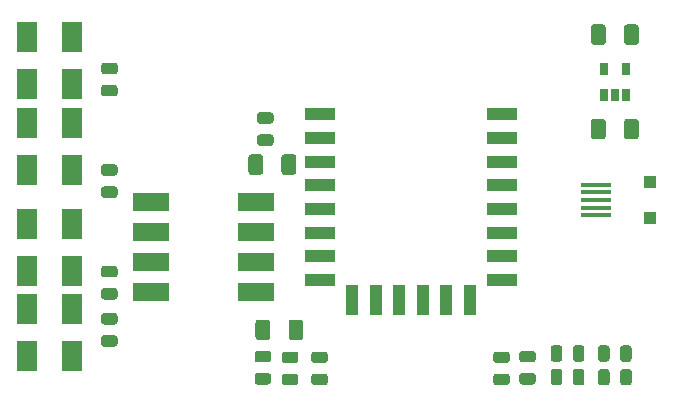
<source format=gbr>
%TF.GenerationSoftware,KiCad,Pcbnew,5.1.6-c6e7f7d~87~ubuntu20.04.1*%
%TF.CreationDate,2020-09-20T16:33:26-07:00*%
%TF.ProjectId,esp8266-iot,65737038-3236-4362-9d69-6f742e6b6963,rev?*%
%TF.SameCoordinates,Original*%
%TF.FileFunction,Paste,Top*%
%TF.FilePolarity,Positive*%
%FSLAX46Y46*%
G04 Gerber Fmt 4.6, Leading zero omitted, Abs format (unit mm)*
G04 Created by KiCad (PCBNEW 5.1.6-c6e7f7d~87~ubuntu20.04.1) date 2020-09-20 16:33:26*
%MOMM*%
%LPD*%
G01*
G04 APERTURE LIST*
%ADD10R,1.100000X2.500000*%
%ADD11R,2.500000X1.100000*%
%ADD12R,3.100000X1.600000*%
%ADD13R,0.650000X1.060000*%
%ADD14R,1.100000X1.100000*%
%ADD15R,2.650000X0.400000*%
%ADD16R,1.800000X2.500000*%
G04 APERTURE END LIST*
D10*
%TO.C,U2*%
X15740000Y-8450000D03*
X13740000Y-8450000D03*
X11740000Y-8450000D03*
X9740000Y-8450000D03*
X7740000Y-8450000D03*
X5740000Y-8450000D03*
D11*
X18450000Y7250000D03*
X18450000Y5250000D03*
X18450000Y3250000D03*
X18450000Y1250000D03*
X18450000Y-750000D03*
X18450000Y-2750000D03*
X18450000Y-4750000D03*
X18450000Y-6750000D03*
X3050000Y-6750000D03*
X3050000Y-4750000D03*
X3050000Y-2750000D03*
X3050000Y-750000D03*
X3050000Y1250000D03*
X3050000Y3250000D03*
X3050000Y5250000D03*
X3050000Y7250000D03*
%TD*%
D12*
%TO.C,U1*%
X-2355000Y-190000D03*
X-11245000Y-7810000D03*
X-2355000Y-2730000D03*
X-11245000Y-5270000D03*
X-2355000Y-5270000D03*
X-11245000Y-2730000D03*
X-2355000Y-7810000D03*
X-11245000Y-190000D03*
%TD*%
D13*
%TO.C,U3*%
X27050000Y11100000D03*
X28950000Y11100000D03*
X28950000Y8900000D03*
X28000000Y8900000D03*
X27050000Y8900000D03*
%TD*%
%TO.C,R12*%
G36*
G01*
X-15256250Y-11450000D02*
X-14343750Y-11450000D01*
G75*
G02*
X-14100000Y-11693750I0J-243750D01*
G01*
X-14100000Y-12181250D01*
G75*
G02*
X-14343750Y-12425000I-243750J0D01*
G01*
X-15256250Y-12425000D01*
G75*
G02*
X-15500000Y-12181250I0J243750D01*
G01*
X-15500000Y-11693750D01*
G75*
G02*
X-15256250Y-11450000I243750J0D01*
G01*
G37*
G36*
G01*
X-15256250Y-9575000D02*
X-14343750Y-9575000D01*
G75*
G02*
X-14100000Y-9818750I0J-243750D01*
G01*
X-14100000Y-10306250D01*
G75*
G02*
X-14343750Y-10550000I-243750J0D01*
G01*
X-15256250Y-10550000D01*
G75*
G02*
X-15500000Y-10306250I0J243750D01*
G01*
X-15500000Y-9818750D01*
G75*
G02*
X-15256250Y-9575000I243750J0D01*
G01*
G37*
%TD*%
%TO.C,R11*%
G36*
G01*
X-15256250Y-7450000D02*
X-14343750Y-7450000D01*
G75*
G02*
X-14100000Y-7693750I0J-243750D01*
G01*
X-14100000Y-8181250D01*
G75*
G02*
X-14343750Y-8425000I-243750J0D01*
G01*
X-15256250Y-8425000D01*
G75*
G02*
X-15500000Y-8181250I0J243750D01*
G01*
X-15500000Y-7693750D01*
G75*
G02*
X-15256250Y-7450000I243750J0D01*
G01*
G37*
G36*
G01*
X-15256250Y-5575000D02*
X-14343750Y-5575000D01*
G75*
G02*
X-14100000Y-5818750I0J-243750D01*
G01*
X-14100000Y-6306250D01*
G75*
G02*
X-14343750Y-6550000I-243750J0D01*
G01*
X-15256250Y-6550000D01*
G75*
G02*
X-15500000Y-6306250I0J243750D01*
G01*
X-15500000Y-5818750D01*
G75*
G02*
X-15256250Y-5575000I243750J0D01*
G01*
G37*
%TD*%
%TO.C,R10*%
G36*
G01*
X20143750Y-14650000D02*
X21056250Y-14650000D01*
G75*
G02*
X21300000Y-14893750I0J-243750D01*
G01*
X21300000Y-15381250D01*
G75*
G02*
X21056250Y-15625000I-243750J0D01*
G01*
X20143750Y-15625000D01*
G75*
G02*
X19900000Y-15381250I0J243750D01*
G01*
X19900000Y-14893750D01*
G75*
G02*
X20143750Y-14650000I243750J0D01*
G01*
G37*
G36*
G01*
X20143750Y-12775000D02*
X21056250Y-12775000D01*
G75*
G02*
X21300000Y-13018750I0J-243750D01*
G01*
X21300000Y-13506250D01*
G75*
G02*
X21056250Y-13750000I-243750J0D01*
G01*
X20143750Y-13750000D01*
G75*
G02*
X19900000Y-13506250I0J243750D01*
G01*
X19900000Y-13018750D01*
G75*
G02*
X20143750Y-12775000I243750J0D01*
G01*
G37*
%TD*%
%TO.C,R9*%
G36*
G01*
X18856250Y-13800000D02*
X17943750Y-13800000D01*
G75*
G02*
X17700000Y-13556250I0J243750D01*
G01*
X17700000Y-13068750D01*
G75*
G02*
X17943750Y-12825000I243750J0D01*
G01*
X18856250Y-12825000D01*
G75*
G02*
X19100000Y-13068750I0J-243750D01*
G01*
X19100000Y-13556250D01*
G75*
G02*
X18856250Y-13800000I-243750J0D01*
G01*
G37*
G36*
G01*
X18856250Y-15675000D02*
X17943750Y-15675000D01*
G75*
G02*
X17700000Y-15431250I0J243750D01*
G01*
X17700000Y-14943750D01*
G75*
G02*
X17943750Y-14700000I243750J0D01*
G01*
X18856250Y-14700000D01*
G75*
G02*
X19100000Y-14943750I0J-243750D01*
G01*
X19100000Y-15431250D01*
G75*
G02*
X18856250Y-15675000I-243750J0D01*
G01*
G37*
%TD*%
%TO.C,R8*%
G36*
G01*
X-14343750Y10650000D02*
X-15256250Y10650000D01*
G75*
G02*
X-15500000Y10893750I0J243750D01*
G01*
X-15500000Y11381250D01*
G75*
G02*
X-15256250Y11625000I243750J0D01*
G01*
X-14343750Y11625000D01*
G75*
G02*
X-14100000Y11381250I0J-243750D01*
G01*
X-14100000Y10893750D01*
G75*
G02*
X-14343750Y10650000I-243750J0D01*
G01*
G37*
G36*
G01*
X-14343750Y8775000D02*
X-15256250Y8775000D01*
G75*
G02*
X-15500000Y9018750I0J243750D01*
G01*
X-15500000Y9506250D01*
G75*
G02*
X-15256250Y9750000I243750J0D01*
G01*
X-14343750Y9750000D01*
G75*
G02*
X-14100000Y9506250I0J-243750D01*
G01*
X-14100000Y9018750D01*
G75*
G02*
X-14343750Y8775000I-243750J0D01*
G01*
G37*
%TD*%
%TO.C,R7*%
G36*
G01*
X23550000Y-12543750D02*
X23550000Y-13456250D01*
G75*
G02*
X23306250Y-13700000I-243750J0D01*
G01*
X22818750Y-13700000D01*
G75*
G02*
X22575000Y-13456250I0J243750D01*
G01*
X22575000Y-12543750D01*
G75*
G02*
X22818750Y-12300000I243750J0D01*
G01*
X23306250Y-12300000D01*
G75*
G02*
X23550000Y-12543750I0J-243750D01*
G01*
G37*
G36*
G01*
X25425000Y-12543750D02*
X25425000Y-13456250D01*
G75*
G02*
X25181250Y-13700000I-243750J0D01*
G01*
X24693750Y-13700000D01*
G75*
G02*
X24450000Y-13456250I0J243750D01*
G01*
X24450000Y-12543750D01*
G75*
G02*
X24693750Y-12300000I243750J0D01*
G01*
X25181250Y-12300000D01*
G75*
G02*
X25425000Y-12543750I0J-243750D01*
G01*
G37*
%TD*%
%TO.C,R6*%
G36*
G01*
X23550000Y-14543750D02*
X23550000Y-15456250D01*
G75*
G02*
X23306250Y-15700000I-243750J0D01*
G01*
X22818750Y-15700000D01*
G75*
G02*
X22575000Y-15456250I0J243750D01*
G01*
X22575000Y-14543750D01*
G75*
G02*
X22818750Y-14300000I243750J0D01*
G01*
X23306250Y-14300000D01*
G75*
G02*
X23550000Y-14543750I0J-243750D01*
G01*
G37*
G36*
G01*
X25425000Y-14543750D02*
X25425000Y-15456250D01*
G75*
G02*
X25181250Y-15700000I-243750J0D01*
G01*
X24693750Y-15700000D01*
G75*
G02*
X24450000Y-15456250I0J243750D01*
G01*
X24450000Y-14543750D01*
G75*
G02*
X24693750Y-14300000I243750J0D01*
G01*
X25181250Y-14300000D01*
G75*
G02*
X25425000Y-14543750I0J-243750D01*
G01*
G37*
%TD*%
%TO.C,R5*%
G36*
G01*
X-14343750Y2050000D02*
X-15256250Y2050000D01*
G75*
G02*
X-15500000Y2293750I0J243750D01*
G01*
X-15500000Y2781250D01*
G75*
G02*
X-15256250Y3025000I243750J0D01*
G01*
X-14343750Y3025000D01*
G75*
G02*
X-14100000Y2781250I0J-243750D01*
G01*
X-14100000Y2293750D01*
G75*
G02*
X-14343750Y2050000I-243750J0D01*
G01*
G37*
G36*
G01*
X-14343750Y175000D02*
X-15256250Y175000D01*
G75*
G02*
X-15500000Y418750I0J243750D01*
G01*
X-15500000Y906250D01*
G75*
G02*
X-15256250Y1150000I243750J0D01*
G01*
X-14343750Y1150000D01*
G75*
G02*
X-14100000Y906250I0J-243750D01*
G01*
X-14100000Y418750D01*
G75*
G02*
X-14343750Y175000I-243750J0D01*
G01*
G37*
%TD*%
%TO.C,R4*%
G36*
G01*
X3456250Y-13800000D02*
X2543750Y-13800000D01*
G75*
G02*
X2300000Y-13556250I0J243750D01*
G01*
X2300000Y-13068750D01*
G75*
G02*
X2543750Y-12825000I243750J0D01*
G01*
X3456250Y-12825000D01*
G75*
G02*
X3700000Y-13068750I0J-243750D01*
G01*
X3700000Y-13556250D01*
G75*
G02*
X3456250Y-13800000I-243750J0D01*
G01*
G37*
G36*
G01*
X3456250Y-15675000D02*
X2543750Y-15675000D01*
G75*
G02*
X2300000Y-15431250I0J243750D01*
G01*
X2300000Y-14943750D01*
G75*
G02*
X2543750Y-14700000I243750J0D01*
G01*
X3456250Y-14700000D01*
G75*
G02*
X3700000Y-14943750I0J-243750D01*
G01*
X3700000Y-15431250D01*
G75*
G02*
X3456250Y-15675000I-243750J0D01*
G01*
G37*
%TD*%
%TO.C,R3*%
G36*
G01*
X956250Y-15675000D02*
X43750Y-15675000D01*
G75*
G02*
X-200000Y-15431250I0J243750D01*
G01*
X-200000Y-14943750D01*
G75*
G02*
X43750Y-14700000I243750J0D01*
G01*
X956250Y-14700000D01*
G75*
G02*
X1200000Y-14943750I0J-243750D01*
G01*
X1200000Y-15431250D01*
G75*
G02*
X956250Y-15675000I-243750J0D01*
G01*
G37*
G36*
G01*
X956250Y-13800000D02*
X43750Y-13800000D01*
G75*
G02*
X-200000Y-13556250I0J243750D01*
G01*
X-200000Y-13068750D01*
G75*
G02*
X43750Y-12825000I243750J0D01*
G01*
X956250Y-12825000D01*
G75*
G02*
X1200000Y-13068750I0J-243750D01*
G01*
X1200000Y-13556250D01*
G75*
G02*
X956250Y-13800000I-243750J0D01*
G01*
G37*
%TD*%
%TO.C,R2*%
G36*
G01*
X-1343750Y-13750000D02*
X-2256250Y-13750000D01*
G75*
G02*
X-2500000Y-13506250I0J243750D01*
G01*
X-2500000Y-13018750D01*
G75*
G02*
X-2256250Y-12775000I243750J0D01*
G01*
X-1343750Y-12775000D01*
G75*
G02*
X-1100000Y-13018750I0J-243750D01*
G01*
X-1100000Y-13506250D01*
G75*
G02*
X-1343750Y-13750000I-243750J0D01*
G01*
G37*
G36*
G01*
X-1343750Y-15625000D02*
X-2256250Y-15625000D01*
G75*
G02*
X-2500000Y-15381250I0J243750D01*
G01*
X-2500000Y-14893750D01*
G75*
G02*
X-2256250Y-14650000I243750J0D01*
G01*
X-1343750Y-14650000D01*
G75*
G02*
X-1100000Y-14893750I0J-243750D01*
G01*
X-1100000Y-15381250D01*
G75*
G02*
X-1343750Y-15625000I-243750J0D01*
G01*
G37*
%TD*%
%TO.C,R1*%
G36*
G01*
X-2056250Y5550000D02*
X-1143750Y5550000D01*
G75*
G02*
X-900000Y5306250I0J-243750D01*
G01*
X-900000Y4818750D01*
G75*
G02*
X-1143750Y4575000I-243750J0D01*
G01*
X-2056250Y4575000D01*
G75*
G02*
X-2300000Y4818750I0J243750D01*
G01*
X-2300000Y5306250D01*
G75*
G02*
X-2056250Y5550000I243750J0D01*
G01*
G37*
G36*
G01*
X-2056250Y7425000D02*
X-1143750Y7425000D01*
G75*
G02*
X-900000Y7181250I0J-243750D01*
G01*
X-900000Y6693750D01*
G75*
G02*
X-1143750Y6450000I-243750J0D01*
G01*
X-2056250Y6450000D01*
G75*
G02*
X-2300000Y6693750I0J243750D01*
G01*
X-2300000Y7181250D01*
G75*
G02*
X-2056250Y7425000I243750J0D01*
G01*
G37*
%TD*%
D14*
%TO.C,J4*%
X31000000Y-1500000D03*
X31000000Y1500000D03*
D15*
X26440000Y0D03*
X26440000Y-650000D03*
X26440000Y-1300000D03*
X26440000Y650000D03*
X26440000Y1300000D03*
%TD*%
D16*
%TO.C,D10*%
X-18000000Y-13200000D03*
X-18000000Y-9200000D03*
%TD*%
%TO.C,D9*%
X-21800000Y-9200000D03*
X-21800000Y-13200000D03*
%TD*%
%TO.C,D8*%
X-18000000Y-2000000D03*
X-18000000Y-6000000D03*
%TD*%
%TO.C,D7*%
X-21800000Y-6000000D03*
X-21800000Y-2000000D03*
%TD*%
%TO.C,D6*%
X-18000000Y2550000D03*
X-18000000Y6550000D03*
%TD*%
%TO.C,D5*%
X-21750000Y6550000D03*
X-21750000Y2550000D03*
%TD*%
%TO.C,D4*%
X-18000000Y13800000D03*
X-18000000Y9800000D03*
%TD*%
%TO.C,D3*%
X-21750000Y9800000D03*
X-21750000Y13800000D03*
%TD*%
%TO.C,D2*%
G36*
G01*
X28450000Y-13456250D02*
X28450000Y-12543750D01*
G75*
G02*
X28693750Y-12300000I243750J0D01*
G01*
X29181250Y-12300000D01*
G75*
G02*
X29425000Y-12543750I0J-243750D01*
G01*
X29425000Y-13456250D01*
G75*
G02*
X29181250Y-13700000I-243750J0D01*
G01*
X28693750Y-13700000D01*
G75*
G02*
X28450000Y-13456250I0J243750D01*
G01*
G37*
G36*
G01*
X26575000Y-13456250D02*
X26575000Y-12543750D01*
G75*
G02*
X26818750Y-12300000I243750J0D01*
G01*
X27306250Y-12300000D01*
G75*
G02*
X27550000Y-12543750I0J-243750D01*
G01*
X27550000Y-13456250D01*
G75*
G02*
X27306250Y-13700000I-243750J0D01*
G01*
X26818750Y-13700000D01*
G75*
G02*
X26575000Y-13456250I0J243750D01*
G01*
G37*
%TD*%
%TO.C,D1*%
G36*
G01*
X28450000Y-15456250D02*
X28450000Y-14543750D01*
G75*
G02*
X28693750Y-14300000I243750J0D01*
G01*
X29181250Y-14300000D01*
G75*
G02*
X29425000Y-14543750I0J-243750D01*
G01*
X29425000Y-15456250D01*
G75*
G02*
X29181250Y-15700000I-243750J0D01*
G01*
X28693750Y-15700000D01*
G75*
G02*
X28450000Y-15456250I0J243750D01*
G01*
G37*
G36*
G01*
X26575000Y-15456250D02*
X26575000Y-14543750D01*
G75*
G02*
X26818750Y-14300000I243750J0D01*
G01*
X27306250Y-14300000D01*
G75*
G02*
X27550000Y-14543750I0J-243750D01*
G01*
X27550000Y-15456250D01*
G75*
G02*
X27306250Y-15700000I-243750J0D01*
G01*
X26818750Y-15700000D01*
G75*
G02*
X26575000Y-15456250I0J243750D01*
G01*
G37*
%TD*%
%TO.C,C4*%
G36*
G01*
X28775000Y13375000D02*
X28775000Y14625000D01*
G75*
G02*
X29025000Y14875000I250000J0D01*
G01*
X29775000Y14875000D01*
G75*
G02*
X30025000Y14625000I0J-250000D01*
G01*
X30025000Y13375000D01*
G75*
G02*
X29775000Y13125000I-250000J0D01*
G01*
X29025000Y13125000D01*
G75*
G02*
X28775000Y13375000I0J250000D01*
G01*
G37*
G36*
G01*
X25975000Y13375000D02*
X25975000Y14625000D01*
G75*
G02*
X26225000Y14875000I250000J0D01*
G01*
X26975000Y14875000D01*
G75*
G02*
X27225000Y14625000I0J-250000D01*
G01*
X27225000Y13375000D01*
G75*
G02*
X26975000Y13125000I-250000J0D01*
G01*
X26225000Y13125000D01*
G75*
G02*
X25975000Y13375000I0J250000D01*
G01*
G37*
%TD*%
%TO.C,C3*%
G36*
G01*
X28775000Y5375000D02*
X28775000Y6625000D01*
G75*
G02*
X29025000Y6875000I250000J0D01*
G01*
X29775000Y6875000D01*
G75*
G02*
X30025000Y6625000I0J-250000D01*
G01*
X30025000Y5375000D01*
G75*
G02*
X29775000Y5125000I-250000J0D01*
G01*
X29025000Y5125000D01*
G75*
G02*
X28775000Y5375000I0J250000D01*
G01*
G37*
G36*
G01*
X25975000Y5375000D02*
X25975000Y6625000D01*
G75*
G02*
X26225000Y6875000I250000J0D01*
G01*
X26975000Y6875000D01*
G75*
G02*
X27225000Y6625000I0J-250000D01*
G01*
X27225000Y5375000D01*
G75*
G02*
X26975000Y5125000I-250000J0D01*
G01*
X26225000Y5125000D01*
G75*
G02*
X25975000Y5375000I0J250000D01*
G01*
G37*
%TD*%
%TO.C,C2*%
G36*
G01*
X375000Y-11625000D02*
X375000Y-10375000D01*
G75*
G02*
X625000Y-10125000I250000J0D01*
G01*
X1375000Y-10125000D01*
G75*
G02*
X1625000Y-10375000I0J-250000D01*
G01*
X1625000Y-11625000D01*
G75*
G02*
X1375000Y-11875000I-250000J0D01*
G01*
X625000Y-11875000D01*
G75*
G02*
X375000Y-11625000I0J250000D01*
G01*
G37*
G36*
G01*
X-2425000Y-11625000D02*
X-2425000Y-10375000D01*
G75*
G02*
X-2175000Y-10125000I250000J0D01*
G01*
X-1425000Y-10125000D01*
G75*
G02*
X-1175000Y-10375000I0J-250000D01*
G01*
X-1175000Y-11625000D01*
G75*
G02*
X-1425000Y-11875000I-250000J0D01*
G01*
X-2175000Y-11875000D01*
G75*
G02*
X-2425000Y-11625000I0J250000D01*
G01*
G37*
%TD*%
%TO.C,C1*%
G36*
G01*
X-225000Y2375000D02*
X-225000Y3625000D01*
G75*
G02*
X25000Y3875000I250000J0D01*
G01*
X775000Y3875000D01*
G75*
G02*
X1025000Y3625000I0J-250000D01*
G01*
X1025000Y2375000D01*
G75*
G02*
X775000Y2125000I-250000J0D01*
G01*
X25000Y2125000D01*
G75*
G02*
X-225000Y2375000I0J250000D01*
G01*
G37*
G36*
G01*
X-3025000Y2375000D02*
X-3025000Y3625000D01*
G75*
G02*
X-2775000Y3875000I250000J0D01*
G01*
X-2025000Y3875000D01*
G75*
G02*
X-1775000Y3625000I0J-250000D01*
G01*
X-1775000Y2375000D01*
G75*
G02*
X-2025000Y2125000I-250000J0D01*
G01*
X-2775000Y2125000D01*
G75*
G02*
X-3025000Y2375000I0J250000D01*
G01*
G37*
%TD*%
M02*

</source>
